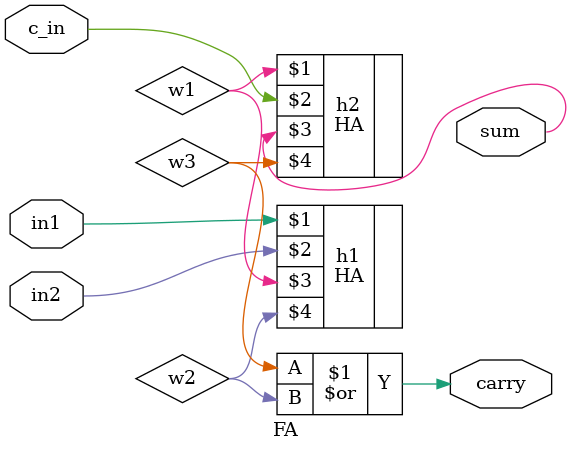
<source format=v>
module FA(in1,in2,c_in,sum,carry);
	input in1,in2,c_in;
	output sum,carry;
	wire w1,w2,w3;
	HA h1(in1,in2,w1,w2);
	HA h2(w1,c_in,sum,w3);
	or(carry,w3,w2);
endmodule

</source>
